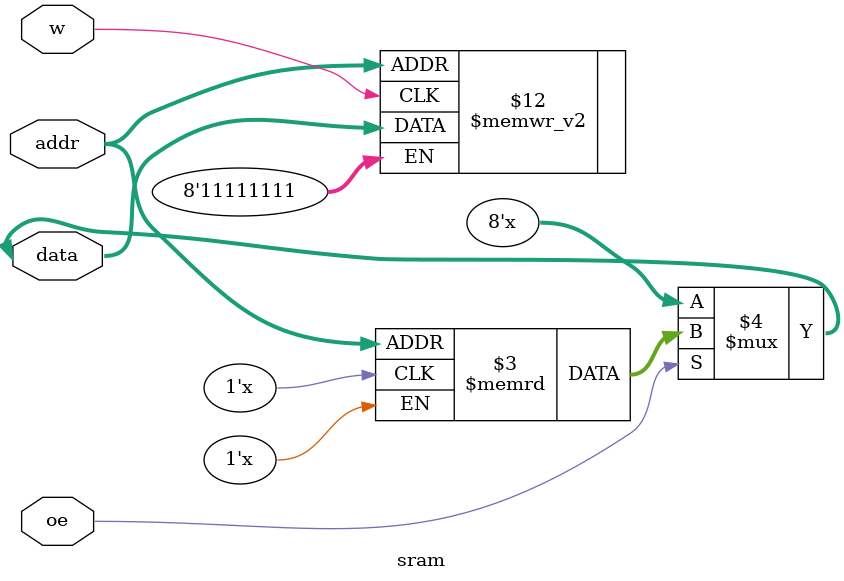
<source format=v>

`timescale 1ns/1ps

module sram (
    inout [7:0] data,
    input [10:0] 	addr,
    input 		w,
    input 		oe);

   reg [7:0] 	sram[0:2048-1];

   assign data = oe == 1'b1 ? sram[addr] : 8'hZ;

   always @(posedge w) begin
      sram[addr] <= data;
   end
endmodule

</source>
